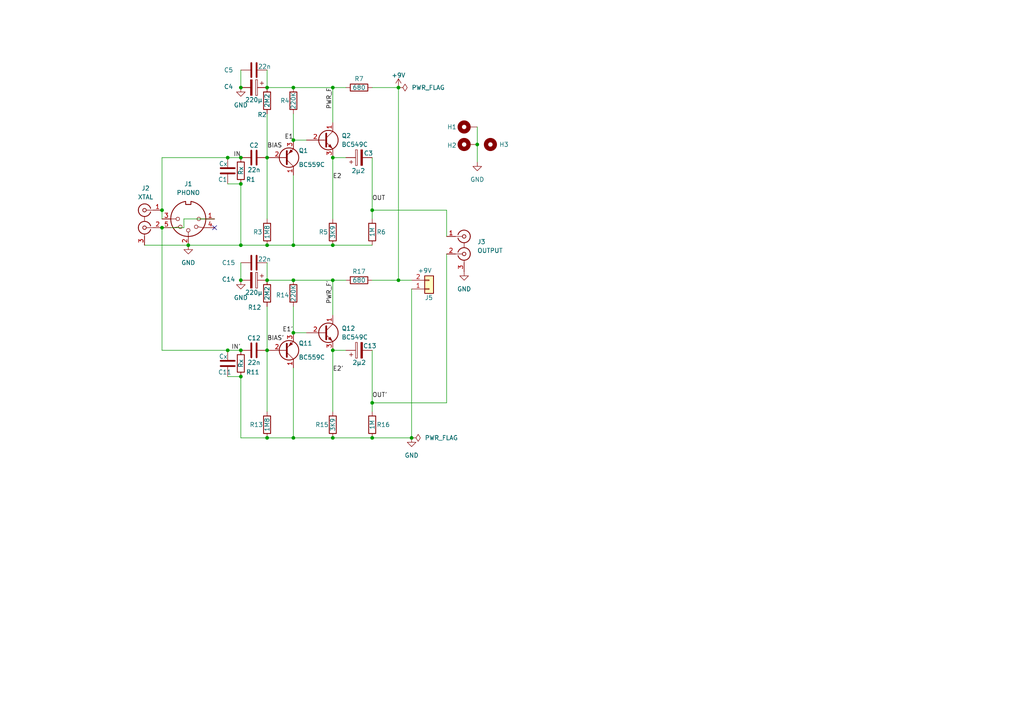
<source format=kicad_sch>
(kicad_sch (version 20231120) (generator "eeschema") (generator_version "8.0")
  (paper "A4")
  (title_block (title "180 ceramic phono cartridge buffer") (date "2025-11-06") (rev "v1") (company "TuchAudio") (comment 1 "@zuiko21"))
  (lib_symbols
    (symbol "Connector:Conn_Coaxial_x2" (pin_names (offset 1.016) hide)
      (property "Reference" "J" (at 0 5.715 0))
      (property "Value" "Conn_Coaxial_x2" (at 2.921 0 90))
      (symbol "Conn_Coaxial_x2_0_1"
        (arc (start -1.778 -3.048) (mid 0.2311 -4.3466) (end 1.778 -2.54) (stroke (width 0.254)))
        (arc (start -1.778 2.032) (mid 0.2311 0.7334) (end 1.778 2.54) (stroke (width 0.254)))
        (circle (center 0 -2.54) (radius 0.508) (stroke (width 0.2032)))
        (polyline (pts (xy -2.54 -2.54) (xy -0.508 -2.54)))
        (polyline (pts (xy -2.54 2.54) (xy -0.508 2.54)))
        (polyline (pts (xy 0 -5.08) (xy 0 -4.318)))
        (polyline (pts (xy 0 0.762) (xy 0 -0.635)))
        (circle (center 0 2.54) (radius 0.508) (stroke (width 0.2032)))
        (arc (start 1.778 -2.54) (mid 0.2099 -0.7299) (end -1.778 -2.032) (stroke (width 0.254)))
        (arc (start 1.778 2.54) (mid 0.2099 4.3501) (end -1.778 3.048) (stroke (width 0.254)))
      )
      (symbol "Conn_Coaxial_x2_1_1"
        (pin passive line (at -5.08 2.54 0) (length 2.54) (name "IN1") (number "1"))
        (pin passive line (at -5.08 -2.54 0) (length 2.54) (name "IN2") (number "2"))
        (pin passive line (at 0 -7.62 90) (length 2.54) (name "EXT") (number "3"))
      )
    )
    (symbol "Connector:DIN-5_180degree" (pin_names (offset 1.016))
      (property "Reference" "J" (at 3.175 5.715 0))
      (property "Value" "DIN-5_180degree" (at 0 -6.35 0))
      (symbol "DIN-5_180degree_0_1"
        (arc (start -5.08 0) (mid -3.8609 -3.3364) (end -0.762 -5.08) (stroke (width 0.254)))
        (circle (center -3.048 0) (radius 0.508))
        (circle (center -2.286 2.286) (radius 0.508))
        (polyline (pts (xy -5.08 0) (xy -3.556 0)))
        (polyline (pts (xy 0 5.08) (xy 0 3.81)))
        (polyline (pts (xy 5.08 0) (xy 3.556 0)))
        (polyline (pts (xy -5.08 2.54) (xy -4.318 2.54) (xy -2.794 2.286)))
        (polyline (pts (xy 5.08 2.54) (xy 4.318 2.54) (xy 2.794 2.286)))
        (polyline (pts (xy -0.762 -4.953) (xy -0.762 -4.191) (xy 0.762 -4.191) (xy 0.762 -4.953)) (stroke (width 0.254)))
        (circle (center 0 3.302) (radius 0.508))
        (arc (start 0.762 -5.08) (mid 3.8685 -3.343) (end 5.08 0) (stroke (width 0.254)))
        (circle (center 2.286 2.286) (radius 0.508))
        (circle (center 3.048 0) (radius 0.508))
        (arc (start 5.08 0) (mid 0 5.0579) (end -5.08 0) (stroke (width 0.254)))
      )
      (symbol "DIN-5_180degree_1_1"
        (pin passive line (at -7.62 0 0) (length 2.54) (name "~") (number "1"))
        (pin passive line (at 0 7.62 270) (length 2.54) (name "~") (number "2"))
        (pin passive line (at 7.62 0 180) (length 2.54) (name "~") (number "3"))
        (pin passive line (at -7.62 2.54 0) (length 2.54) (name "~") (number "4"))
        (pin passive line (at 7.62 2.54 180) (length 2.54) (name "~") (number "5"))
      )
    )
    (symbol "Connector_Generic:Conn_01x02" (pin_names (offset 1.016) hide)
      (property "Reference" "J" (at 0 2.54 0))
      (property "Value" "Conn_01x02" (at 0 -5.08 0))
      (symbol "Conn_01x02_1_1"
        (rectangle (start -1.27 -2.413) (end 0 -2.667) (stroke (width 0.1524)))
        (rectangle (start -1.27 0.127) (end 0 -0.127) (stroke (width 0.1524)))
        (rectangle (start -1.27 1.27) (end 1.27 -3.81) (stroke (width 0.254)) (fill (type background)))
        (pin passive line (at -5.08 0 0) (length 3.81) (name "Pin_1") (number "1"))
        (pin passive line (at -5.08 -2.54 0) (length 3.81) (name "Pin_2") (number "2"))
      )
    )
    (symbol "Device:C" (pin_numbers hide) (pin_names (offset 0.254))
      (property "Reference" "C" (at 0.635 2.54 0))
      (property "Value" "C" (at 0.635 -2.54 0))
      (symbol "C_0_1"
        (polyline (pts (xy -2.032 -0.762) (xy 2.032 -0.762)) (stroke (width 0.508)))
        (polyline (pts (xy -2.032 0.762) (xy 2.032 0.762)) (stroke (width 0.508)))
      )
      (symbol "C_1_1"
        (pin passive line (at 0 3.81 270) (length 2.794) (name "~") (number "1"))
        (pin passive line (at 0 -3.81 90) (length 2.794) (name "~") (number "2"))
      )
    )
    (symbol "Device:C_Polarized" (pin_numbers hide) (pin_names (offset 0.254))
      (property "Reference" "C" (at 0.635 2.54 0))
      (property "Value" "C_Polarized" (at 0.635 -2.54 0))
      (symbol "C_Polarized_0_1"
        (rectangle (start -2.286 0.508) (end 2.286 1.016))
        (polyline (pts (xy -1.778 2.286) (xy -0.762 2.286)))
        (polyline (pts (xy -1.27 2.794) (xy -1.27 1.778)))
        (rectangle (start 2.286 -0.508) (end -2.286 -1.016) (fill (type outline)))
      )
      (symbol "C_Polarized_1_1"
        (pin passive line (at 0 3.81 270) (length 2.794) (name "~") (number "1"))
        (pin passive line (at 0 -3.81 90) (length 2.794) (name "~") (number "2"))
      )
    )
    (symbol "Device:R" (pin_numbers hide) (pin_names (offset 0))
      (property "Reference" "R" (at 2.032 0 90))
      (property "Value" "R" (at 0 0 90))
      (symbol "R_0_1"
        (rectangle (start -1.016 -2.54) (end 1.016 2.54) (stroke (width 0.254)))
      )
      (symbol "R_1_1"
        (pin passive line (at 0 3.81 270) (length 1.27) (name "~") (number "1"))
        (pin passive line (at 0 -3.81 90) (length 1.27) (name "~") (number "2"))
      )
    )
    (symbol "Mechanical:MountingHole" (pin_names (offset 1.016)) (exclude_from_sim yes) (in_bom no)
      (property "Reference" "H" (at 0 5.08 0))
      (property "Value" "MountingHole" (at 0 3.175 0))
      (symbol "MountingHole_0_1"
        (circle (center 0 0) (radius 1.27) (stroke (width 1.27)))
      )
    )
    (symbol "Mechanical:MountingHole_Pad" (pin_numbers hide) (pin_names (offset 1.016) hide) (exclude_from_sim yes) (in_bom no)
      (property "Reference" "H" (at 0 6.35 0))
      (property "Value" "MountingHole_Pad" (at 0 4.445 0))
      (symbol "MountingHole_Pad_0_1"
        (circle (center 0 1.27) (radius 1.27) (stroke (width 1.27)))
      )
      (symbol "MountingHole_Pad_1_1"
        (pin input line (at 0 -2.54 90) (length 2.54) (name "1") (number "1"))
      )
    )
    (symbol "Transistor_BJT:BC549" (pin_names (offset 0) hide)
      (property "Reference" "Q" (at 5.08 1.905 0))
      (property "Value" "BC549" (at 5.08 0 0))
      (symbol "BC549_0_1"
        (polyline (pts (xy 0 0) (xy 0.635 0)))
        (polyline (pts (xy 0.635 0.635) (xy 2.54 2.54)))
        (polyline (pts (xy 0.635 -0.635) (xy 2.54 -2.54) (xy 2.54 -2.54)))
        (polyline (pts (xy 0.635 1.905) (xy 0.635 -1.905) (xy 0.635 -1.905)) (stroke (width 0.508)))
        (polyline (pts (xy 1.27 -1.778) (xy 1.778 -1.27) (xy 2.286 -2.286) (xy 1.27 -1.778) (xy 1.27 -1.778)) (fill (type outline)))
        (circle (center 1.27 0) (radius 2.8194) (stroke (width 0.254)))
      )
      (symbol "BC549_1_1"
        (pin passive line (at 2.54 5.08 270) (length 2.54) (name "C") (number "1"))
        (pin input line (at -5.08 0 0) (length 5.08) (name "B") (number "2"))
        (pin passive line (at 2.54 -5.08 90) (length 2.54) (name "E") (number "3"))
      )
    )
    (symbol "Transistor_BJT:BC559" (pin_names (offset 0) hide)
      (property "Reference" "Q" (at 5.08 1.905 0))
      (property "Value" "BC559" (at 5.08 0 0))
      (symbol "BC559_0_1"
        (polyline (pts (xy 0.635 0.635) (xy 2.54 2.54)))
        (polyline (pts (xy 0.635 -0.635) (xy 2.54 -2.54) (xy 2.54 -2.54)))
        (polyline (pts (xy 0.635 1.905) (xy 0.635 -1.905) (xy 0.635 -1.905)) (stroke (width 0.508)))
        (polyline (pts (xy 2.286 -1.778) (xy 1.778 -2.286) (xy 1.27 -1.27) (xy 2.286 -1.778) (xy 2.286 -1.778)) (fill (type outline)))
        (circle (center 1.27 0) (radius 2.8194) (stroke (width 0.254)))
      )
      (symbol "BC559_1_1"
        (pin passive line (at 2.54 5.08 270) (length 2.54) (name "C") (number "1"))
        (pin input line (at -5.08 0 0) (length 5.715) (name "B") (number "2"))
        (pin passive line (at 2.54 -5.08 90) (length 2.54) (name "E") (number "3"))
      )
    )
    (symbol "power:+12V" (power) (pin_numbers hide) (pin_names (offset 0) hide)
      (property "Value" "+12V" (at 0 3.556 0))
      (symbol "+12V_0_1"
        (polyline (pts (xy -0.762 1.27) (xy 0 2.54)))
        (polyline (pts (xy 0 0) (xy 0 2.54)))
        (polyline (pts (xy 0 2.54) (xy 0.762 1.27)))
      )
      (symbol "+12V_1_1"
        (pin power_in line (at 0 0 90) (length 0) (name "~") (number "1"))
      )
    )
    (symbol "power:GND" (power) (pin_numbers hide) (pin_names (offset 0) hide)
      (property "Value" "GND" (at 0 -3.81 0))
      (symbol "GND_0_1"
        (polyline (pts (xy 0 0) (xy 0 -1.27) (xy 1.27 -1.27) (xy 0 -2.54) (xy -1.27 -1.27) (xy 0 -1.27)))
      )
      (symbol "GND_1_1"
        (pin power_in line (at 0 0 270) (length 0) (name "~") (number "1"))
      )
    )
    (symbol "power:PWR_FLAG" (power) (pin_numbers hide) (pin_names (offset 0) hide)
      (property "Value" "PWR_FLAG" (at 0 3.81 0))
      (symbol "PWR_FLAG_0_0"
        (pin power_out line (at 0 0 90) (length 0) (name "~") (number "1"))
      )
      (symbol "PWR_FLAG_0_1"
        (polyline (pts (xy 0 0) (xy 0 1.27) (xy -1.016 1.905) (xy 0 2.54) (xy 1.016 1.905) (xy 0 1.27)))
      )
    )
  )
  (junction (at 77.47 25.4))
  (junction (at 96.52 81.28))
  (junction (at 107.95 60.96))
  (junction (at 115.57 81.28))
  (junction (at 77.47 101.6))
  (junction (at 115.57 25.4))
  (junction (at 69.85 71.12))
  (junction (at 46.99 60.96))
  (junction (at 69.85 53.34))
  (junction (at 66.04 45.72))
  (junction (at 69.85 109.22))
  (junction (at 54.61 71.12))
  (junction (at 107.95 127))
  (junction (at 96.52 101.6))
  (junction (at 85.09 71.12))
  (junction (at 85.09 40.64))
  (junction (at 77.47 45.72))
  (junction (at 85.09 81.28))
  (junction (at 77.47 71.12))
  (junction (at 46.99 66.04))
  (junction (at 96.52 127))
  (junction (at 77.47 127))
  (junction (at 77.47 81.28))
  (junction (at 96.52 45.72))
  (junction (at 69.85 81.28))
  (junction (at 96.52 71.12))
  (junction (at 85.09 127))
  (junction (at 119.38 127))
  (junction (at 85.09 96.52))
  (junction (at 138.43 41.91))
  (junction (at 69.85 45.72))
  (junction (at 66.04 101.6))
  (junction (at 69.85 101.6))
  (junction (at 96.52 25.4))
  (junction (at 69.85 25.4))
  (junction (at 85.09 25.4))
  (junction (at 107.95 116.84))
  (no_connect (at 62.23 66.04))
  (wire (pts (xy 85.09 88.9) (xy 85.09 96.52)))
  (wire (pts (xy 69.85 20.32) (xy 69.85 25.4)))
  (wire (pts (xy 66.04 53.34) (xy 69.85 53.34)))
  (wire (pts (xy 66.04 101.6) (xy 69.85 101.6)))
  (wire (pts (xy 85.09 81.28) (xy 96.52 81.28)))
  (wire (pts (xy 69.85 109.22) (xy 69.85 127)))
  (wire (pts (xy 96.52 81.28) (xy 100.33 81.28)))
  (wire (pts (xy 129.54 60.96) (xy 129.54 68.58)))
  (wire (pts (xy 41.91 71.12) (xy 54.61 71.12)))
  (wire (pts (xy 69.85 127) (xy 77.47 127)))
  (wire (pts (xy 77.47 25.4) (xy 85.09 25.4)))
  (wire (pts (xy 96.52 45.72) (xy 100.33 45.72)))
  (wire (pts (xy 96.52 127) (xy 107.95 127)))
  (wire (pts (xy 107.95 127) (xy 119.38 127)))
  (wire (pts (xy 138.43 41.91) (xy 138.43 46.99)))
  (wire (pts (xy 85.09 96.52) (xy 88.9 96.52)))
  (wire (pts (xy 85.09 50.8) (xy 85.09 71.12)))
  (wire (pts (xy 96.52 101.6) (xy 96.52 119.38)))
  (wire (pts (xy 96.52 101.6) (xy 100.33 101.6)))
  (wire (pts (xy 69.85 71.12) (xy 77.47 71.12)))
  (wire (pts (xy 96.52 71.12) (xy 107.95 71.12)))
  (wire (pts (xy 77.47 81.28) (xy 85.09 81.28)))
  (wire (pts (xy 129.54 60.96) (xy 107.95 60.96)))
  (wire (pts (xy 46.99 45.72) (xy 46.99 60.96)))
  (wire (pts (xy 85.09 33.02) (xy 85.09 40.64)))
  (wire (pts (xy 107.95 101.6) (xy 107.95 116.84)))
  (wire (pts (xy 77.47 127) (xy 85.09 127)))
  (wire (pts (xy 96.52 25.4) (xy 96.52 35.56)))
  (wire (pts (xy 66.04 45.72) (xy 46.99 45.72)))
  (wire (pts (xy 107.95 45.72) (xy 107.95 60.96)))
  (wire (pts (xy 119.38 83.82) (xy 119.38 127)))
  (wire (pts (xy 69.85 53.34) (xy 69.85 71.12)))
  (wire (pts (xy 77.47 71.12) (xy 85.09 71.12)))
  (wire (pts (xy 69.85 76.2) (xy 69.85 81.28)))
  (wire (pts (xy 96.52 45.72) (xy 96.52 63.5)))
  (wire (pts (xy 53.34 63.5) (xy 53.34 66.04)))
  (wire (pts (xy 62.23 63.5) (xy 53.34 63.5)))
  (wire (pts (xy 66.04 101.6) (xy 46.99 101.6)))
  (wire (pts (xy 77.47 33.02) (xy 77.47 45.72)))
  (wire (pts (xy 107.95 60.96) (xy 107.95 63.5)))
  (wire (pts (xy 138.43 36.83) (xy 138.43 41.91)))
  (wire (pts (xy 85.09 25.4) (xy 96.52 25.4)))
  (wire (pts (xy 46.99 66.04) (xy 53.34 66.04)))
  (wire (pts (xy 107.95 81.28) (xy 115.57 81.28)))
  (wire (pts (xy 46.99 60.96) (xy 46.99 63.5)))
  (wire (pts (xy 96.52 25.4) (xy 100.33 25.4)))
  (wire (pts (xy 115.57 81.28) (xy 119.38 81.28)))
  (wire (pts (xy 77.47 101.6) (xy 77.47 119.38)))
  (wire (pts (xy 77.47 45.72) (xy 77.47 63.5)))
  (wire (pts (xy 85.09 71.12) (xy 96.52 71.12)))
  (wire (pts (xy 115.57 25.4) (xy 107.95 25.4)))
  (wire (pts (xy 85.09 106.68) (xy 85.09 127)))
  (wire (pts (xy 115.57 25.4) (xy 115.57 81.28)))
  (wire (pts (xy 46.99 66.04) (xy 46.99 101.6)))
  (wire (pts (xy 66.04 109.22) (xy 69.85 109.22)))
  (wire (pts (xy 85.09 40.64) (xy 88.9 40.64)))
  (wire (pts (xy 54.61 71.12) (xy 69.85 71.12)))
  (wire (pts (xy 77.47 76.2) (xy 77.47 81.28)))
  (wire (pts (xy 107.95 116.84) (xy 129.54 116.84)))
  (wire (pts (xy 129.54 73.66) (xy 129.54 116.84)))
  (wire (pts (xy 77.47 20.32) (xy 77.47 25.4)))
  (wire (pts (xy 77.47 88.9) (xy 77.47 101.6)))
  (wire (pts (xy 66.04 45.72) (xy 69.85 45.72)))
  (wire (pts (xy 85.09 127) (xy 96.52 127)))
  (wire (pts (xy 107.95 116.84) (xy 107.95 119.38)))
  (wire (pts (xy 96.52 81.28) (xy 96.52 91.44)))
  (label "PWR_F'" (at 96.52 81.28 270))
  (label "E1'" (at 85.09 96.52 180))
  (label "BIAS'" (at 77.47 99.06 0))
  (label "E1" (at 85.09 40.64 180))
  (label "OUT'" (at 107.95 115.57 0))
  (label "OUT" (at 107.95 58.42 0))
  (label "IN'" (at 69.85 101.6 180))
  (label "BIAS" (at 77.47 43.18 0))
  (label "IN" (at 69.85 45.72 180))
  (label "E2'" (at 96.52 107.95 0))
  (label "PWR_F" (at 96.52 25.4 270))
  (label "E2" (at 96.52 52.07 0))
  (symbol (lib_id "Device:R") (at 104.14 81.28 90) (unit 1)
    (property "Reference" "R17" (at 104.14 78.74 90))
    (property "Value" "680" (at 104.14 81.28 90))
    (property "Footprint" "Resistor_THT:R_Axial_DIN0207_L6.3mm_D2.5mm_P10.16mm_Horizontal" (effects (hide yes)))
    (property "Description" "Resistor" (effects (hide yes)))
  )
  (symbol (lib_id "power:GND") (at 54.61 71.12 0) (unit 1)
    (property "Reference" "#PWR02" (effects (hide yes)))
    (property "Value" "GND" (at 54.61 76.2 0))
    (property "Description" "Power symbol creates a global label with name \"GND\" , ground" (effects (hide yes)))
  )
  (symbol (lib_id "Device:R") (at 107.95 67.31 0) (unit 1)
    (property "Reference" "R6" (at 109.22 67.31 0) (effects (justify left)))
    (property "Value" "1M" (at 107.95 67.31 90))
    (property "Footprint" "Resistor_THT:R_Axial_DIN0207_L6.3mm_D2.5mm_P10.16mm_Horizontal" (effects (hide yes)))
    (property "Description" "Resistor" (effects (hide yes)))
  )
  (symbol (lib_id "Transistor_BJT:BC559") (at 82.55 45.72 0) (mirror x) (unit 1)
    (property "Reference" "Q1" (at 86.614 43.688 0) (effects (justify left)))
    (property "Value" "BC559C" (at 86.614 47.752 0) (effects (justify left)))
    (property "Footprint" "Package_TO_SOT_THT:TO-92_Inline" (effects (hide yes)))
    (property "Datasheet" "https://www.onsemi.com/pub/Collateral/BC556BTA-D.pdf" (effects (hide yes)))
    (property "Description" "0.1A Ic, 30V Vce, PNP Small Signal Transistor, TO-92" (effects (hide yes)))
  )
  (symbol (lib_id "Transistor_BJT:BC549") (at 93.98 40.64 0) (unit 1)
    (property "Reference" "Q2" (at 99.06 39.3699 0) (effects (justify left)))
    (property "Value" "BC549C" (at 99.06 41.9099 0) (effects (justify left)))
    (property "Footprint" "Package_TO_SOT_THT:TO-92_Inline" (effects (hide yes)))
    (property "Datasheet" "https://www.onsemi.com/pub/Collateral/BC550-D.pdf" (effects (hide yes)))
    (property "Description" "0.1A Ic, 30V Vce, Small Signal NPN Transistor, TO-92" (effects (hide yes)))
  )
  (symbol (lib_id "Transistor_BJT:BC549") (at 93.98 96.52 0) (unit 1)
    (property "Reference" "Q12" (at 99.06 95.2499 0) (effects (justify left)))
    (property "Value" "BC549C" (at 99.06 97.7899 0) (effects (justify left)))
    (property "Footprint" "Package_TO_SOT_THT:TO-92_Inline" (effects (hide yes)))
    (property "Datasheet" "https://www.onsemi.com/pub/Collateral/BC550-D.pdf" (effects (hide yes)))
    (property "Description" "0.1A Ic, 30V Vce, Small Signal NPN Transistor, TO-92" (effects (hide yes)))
  )
  (symbol (lib_id "Mechanical:MountingHole") (at 142.24 41.91 0) (unit 1) (exclude_from_sim yes) (in_bom no)
    (property "Reference" "H3" (at 144.78 41.91 0) (effects (justify left)))
    (property "Value" "MountingHole" (effects (hide yes)))
    (property "Footprint" "MountingHole:MountingHole_3.2mm_M3" (effects (hide yes)))
    (property "Description" "Mounting Hole without connection" (effects (hide yes)))
  )
  (symbol (lib_id "power:PWR_FLAG") (at 119.38 127 270) (unit 1)
    (property "Reference" "#FLG02" (effects (hide yes)))
    (property "Value" "PWR_FLAG" (at 123.19 126.9999 90) (effects (justify left)))
    (property "Description" "Special symbol for telling ERC where power comes from" (effects (hide yes)))
  )
  (symbol (lib_id "Device:R") (at 104.14 25.4 90) (unit 1)
    (property "Reference" "R7" (at 104.14 22.86 90))
    (property "Value" "680" (at 104.14 25.4 90))
    (property "Footprint" "Resistor_THT:R_Axial_DIN0207_L6.3mm_D2.5mm_P10.16mm_Horizontal" (effects (hide yes)))
    (property "Description" "Resistor" (effects (hide yes)))
  )
  (symbol (lib_id "Device:R") (at 96.52 123.19 0) (unit 1)
    (property "Reference" "R15" (at 91.44 123.19 0) (effects (justify left)))
    (property "Value" "3K9" (at 96.52 123.19 90))
    (property "Footprint" "Resistor_THT:R_Axial_DIN0207_L6.3mm_D2.5mm_P10.16mm_Horizontal" (effects (hide yes)))
    (property "Description" "Resistor" (effects (hide yes)))
  )
  (symbol (lib_id "Device:R") (at 85.09 85.09 0) (unit 1)
    (property "Reference" "R14" (at 80.01 85.598 0) (effects (justify left)))
    (property "Value" "220K" (at 85.09 85.09 90))
    (property "Footprint" "Resistor_THT:R_Axial_DIN0207_L6.3mm_D2.5mm_P10.16mm_Horizontal" (effects (hide yes)))
    (property "Description" "Resistor" (effects (hide yes)))
  )
  (symbol (lib_id "Mechanical:MountingHole_Pad") (at 135.89 36.83 90) (unit 1) (exclude_from_sim yes) (in_bom no)
    (property "Reference" "H1" (at 131.064 36.83 90))
    (property "Value" "MountingHole_Pad" (effects (hide yes)))
    (property "Footprint" "MountingHole:MountingHole_3.2mm_M3_DIN965_Pad" (effects (hide yes)))
    (property "Description" "Mounting Hole with connection" (effects (hide yes)))
  )
  (symbol (lib_id "Connector_Generic:Conn_01x02") (at 124.46 83.82 0) (mirror x) (unit 1)
    (property "Reference" "J5" (at 123.19 86.36 0) (effects (justify left)))
    (property "Value" "+9V" (at 121.158 78.486 0) (effects (justify left)))
    (property "Footprint" "Connector_JST:JST_EH_S2B-EH_1x02_P2.50mm_Horizontal" (effects (hide yes)))
    (property "Description" "Generic connector, single row, 01x02, script generated (kicad-library-utils/schlib/autogen/connector/)" (effects (hide yes)))
  )
  (symbol (lib_id "power:GND") (at 138.43 46.99 0) (unit 1)
    (property "Reference" "#PWR08" (effects (hide yes)))
    (property "Value" "GND" (at 138.43 52.07 0))
    (property "Description" "Power symbol creates a global label with name \"GND\" , ground" (effects (hide yes)))
  )
  (symbol (lib_id "Device:C") (at 73.66 45.72 90) (unit 1)
    (property "Reference" "C2" (at 73.66 42.164 90))
    (property "Value" "22n" (at 73.66 49.276 90))
    (property "Footprint" "Capacitor_THT:C_Rect_L7.2mm_W2.5mm_P5.00mm_FKS2_FKP2_MKS2_MKP2" (effects (hide yes)))
    (property "Description" "Unpolarized capacitor" (effects (hide yes)))
  )
  (symbol (lib_id "Device:C_Polarized") (at 73.66 25.4 270) (unit 1)
    (property "Reference" "C4" (at 66.294 25.146 90))
    (property "Value" "220µ" (at 73.66 28.956 90))
    (property "Footprint" "Capacitor_THT:CP_Radial_D6.3mm_P2.50mm" (effects (hide yes)))
    (property "Description" "Polarized capacitor" (effects (hide yes)))
  )
  (symbol (lib_id "Transistor_BJT:BC559") (at 82.55 101.6 0) (mirror x) (unit 1)
    (property "Reference" "Q11" (at 86.614 99.568 0) (effects (justify left)))
    (property "Value" "BC559C" (at 86.614 103.632 0) (effects (justify left)))
    (property "Footprint" "Package_TO_SOT_THT:TO-92_Inline" (effects (hide yes)))
    (property "Datasheet" "https://www.onsemi.com/pub/Collateral/BC556BTA-D.pdf" (effects (hide yes)))
    (property "Description" "0.1A Ic, 30V Vce, PNP Small Signal Transistor, TO-92" (effects (hide yes)))
  )
  (symbol (lib_id "Device:R") (at 85.09 29.21 0) (unit 1)
    (property "Reference" "R4" (at 81.28 29.21 0) (effects (justify left)))
    (property "Value" "220K" (at 85.09 29.21 90))
    (property "Footprint" "Resistor_THT:R_Axial_DIN0207_L6.3mm_D2.5mm_P10.16mm_Horizontal" (effects (hide yes)))
    (property "Description" "Resistor" (effects (hide yes)))
  )
  (symbol (lib_id "Device:R") (at 107.95 123.19 0) (unit 1)
    (property "Reference" "R16" (at 109.22 123.19 0) (effects (justify left)))
    (property "Value" "1M" (at 107.95 123.19 90))
    (property "Footprint" "Resistor_THT:R_Axial_DIN0207_L6.3mm_D2.5mm_P10.16mm_Horizontal" (effects (hide yes)))
    (property "Description" "Resistor" (effects (hide yes)))
  )
  (symbol (lib_id "Device:R") (at 96.52 67.31 0) (unit 1)
    (property "Reference" "R5" (at 92.456 67.31 0) (effects (justify left)))
    (property "Value" "3K9" (at 96.52 67.31 90))
    (property "Footprint" "Resistor_THT:R_Axial_DIN0207_L6.3mm_D2.5mm_P10.16mm_Horizontal" (effects (hide yes)))
    (property "Description" "Resistor" (effects (hide yes)))
  )
  (symbol (lib_id "Device:R") (at 77.47 85.09 0) (unit 1)
    (property "Reference" "R12" (at 71.882 89.154 0) (effects (justify left)))
    (property "Value" "2M2" (at 77.47 85.09 90))
    (property "Footprint" "Resistor_THT:R_Axial_DIN0207_L6.3mm_D2.5mm_P10.16mm_Horizontal" (effects (hide yes)))
    (property "Description" "Resistor" (effects (hide yes)))
  )
  (symbol (lib_id "Device:R") (at 69.85 105.41 0) (unit 1)
    (property "Reference" "R11" (at 71.374 107.95 0) (effects (justify left)))
    (property "Value" "Rx" (at 69.85 105.41 90))
    (property "Footprint" "Connector_PinSocket_2.54mm:PinSocket_1x02_P2.54mm_Vertical" (effects (hide yes)))
    (property "Description" "Resistor" (effects (hide yes)))
  )
  (symbol (lib_id "Connector:DIN-5_180degree") (at 54.61 63.5 180) (unit 1)
    (property "Reference" "J1" (at 54.6099 53.34 0))
    (property "Value" "PHONO" (at 54.6099 55.88 0))
    (property "Footprint" "durango:DIN 5-180deg" (effects (hide yes)))
    (property "Datasheet" "http://www.mouser.com/ds/2/18/40_c091_abd_e-75918.pdf" (effects (hide yes)))
    (property "Description" "5-pin DIN connector (5-pin DIN-5 stereo)" (effects (hide yes)))
  )
  (symbol (lib_id "power:GND") (at 119.38 127 0) (unit 1)
    (property "Reference" "#PWR05" (effects (hide yes)))
    (property "Value" "GND" (at 119.38 132.08 0))
    (property "Description" "Power symbol creates a global label with name \"GND\" , ground" (effects (hide yes)))
  )
  (symbol (lib_id "Device:R") (at 77.47 67.31 0) (unit 1)
    (property "Reference" "R3" (at 73.406 67.31 0) (effects (justify left)))
    (property "Value" "1M8" (at 77.47 67.31 90))
    (property "Footprint" "Resistor_THT:R_Axial_DIN0207_L6.3mm_D2.5mm_P10.16mm_Horizontal" (effects (hide yes)))
    (property "Description" "Resistor" (effects (hide yes)))
  )
  (symbol (lib_id "Device:C") (at 73.66 20.32 90) (unit 1)
    (property "Reference" "C5" (at 66.294 20.32 90))
    (property "Value" "22n" (at 76.708 19.304 90))
    (property "Footprint" "Capacitor_THT:C_Disc_D6.0mm_W2.5mm_P5.00mm" (effects (hide yes)))
    (property "Description" "Unpolarized capacitor" (effects (hide yes)))
  )
  (symbol (lib_id "Device:C") (at 73.66 101.6 90) (unit 1)
    (property "Reference" "C12" (at 73.66 98.044 90))
    (property "Value" "22n" (at 73.66 105.156 90))
    (property "Footprint" "Capacitor_THT:C_Rect_L7.2mm_W2.5mm_P5.00mm_FKS2_FKP2_MKS2_MKP2" (effects (hide yes)))
    (property "Description" "Unpolarized capacitor" (effects (hide yes)))
  )
  (symbol (lib_id "Connector:Conn_Coaxial_x2") (at 41.91 63.5 0) (mirror y) (unit 1)
    (property "Reference" "J2" (at 42.2274 54.61 0))
    (property "Value" "XTAL" (at 42.2274 57.15 0))
    (property "Footprint" "durango:2xRCA_vertical" (effects (hide yes)))
    (property "Description" "double coaxial connector (BNC, SMA, SMB, SMC, Cinch/RCA, LEMO, ...)" (effects (hide yes)))
  )
  (symbol (lib_id "Device:R") (at 77.47 29.21 0) (unit 1)
    (property "Reference" "R2" (at 74.676 33.274 0) (effects (justify left)))
    (property "Value" "2M2" (at 77.47 29.21 90))
    (property "Footprint" "Resistor_THT:R_Axial_DIN0207_L6.3mm_D2.5mm_P10.16mm_Horizontal" (effects (hide yes)))
    (property "Description" "Resistor" (effects (hide yes)))
  )
  (symbol (lib_id "Device:R") (at 77.47 123.19 0) (unit 1)
    (property "Reference" "R13" (at 72.39 123.19 0) (effects (justify left)))
    (property "Value" "1M8" (at 77.47 123.19 90))
    (property "Footprint" "Resistor_THT:R_Axial_DIN0207_L6.3mm_D2.5mm_P10.16mm_Horizontal" (effects (hide yes)))
    (property "Description" "Resistor" (effects (hide yes)))
  )
  (symbol (lib_id "power:PWR_FLAG") (at 115.57 25.4 270) (unit 1)
    (property "Reference" "#FLG01" (effects (hide yes)))
    (property "Value" "PWR_FLAG" (at 119.38 25.3999 90) (effects (justify left)))
    (property "Description" "Special symbol for telling ERC where power comes from" (effects (hide yes)))
  )
  (symbol (lib_id "Mechanical:MountingHole_Pad") (at 135.89 41.91 90) (unit 1) (exclude_from_sim yes) (in_bom no)
    (property "Reference" "H2" (at 131.064 42.164 90))
    (property "Value" "MountingHole_Pad" (effects (hide yes)))
    (property "Footprint" "MountingHole:MountingHole_3.2mm_M3_DIN965_Pad" (effects (hide yes)))
    (property "Description" "Mounting Hole with connection" (effects (hide yes)))
  )
  (symbol (lib_id "Device:C") (at 73.66 76.2 90) (unit 1)
    (property "Reference" "C15" (at 66.294 76.2 90))
    (property "Value" "22n" (at 76.708 75.184 90))
    (property "Footprint" "Capacitor_THT:C_Disc_D6.0mm_W2.5mm_P5.00mm" (effects (hide yes)))
    (property "Description" "Unpolarized capacitor" (effects (hide yes)))
  )
  (symbol (lib_id "power:GND") (at 69.85 25.4 0) (unit 1)
    (property "Reference" "#PWR01" (effects (hide yes)))
    (property "Value" "GND" (at 69.85 30.48 0))
    (property "Description" "Power symbol creates a global label with name \"GND\" , ground" (effects (hide yes)))
  )
  (symbol (lib_id "Device:C") (at 66.04 49.53 0) (unit 1)
    (property "Reference" "C1" (at 63.246 52.07 0) (effects (justify left)))
    (property "Value" "Cx" (at 63.5 47.498 0) (effects (justify left)))
    (property "Footprint" "Connector_PinSocket_2.54mm:PinSocket_1x02_P2.54mm_Vertical" (effects (hide yes)))
    (property "Description" "Unpolarized capacitor" (effects (hide yes)))
  )
  (symbol (lib_id "Device:R") (at 69.85 49.53 0) (unit 1)
    (property "Reference" "R1" (at 71.374 52.07 0) (effects (justify left)))
    (property "Value" "Rx" (at 69.85 49.53 90))
    (property "Footprint" "Connector_PinSocket_2.54mm:PinSocket_1x02_P2.54mm_Vertical" (effects (hide yes)))
    (property "Description" "Resistor" (effects (hide yes)))
  )
  (symbol (lib_id "Device:C_Polarized") (at 104.14 101.6 90) (unit 1)
    (property "Reference" "C13" (at 109.22 100.33 90) (effects (justify left)))
    (property "Value" "2µ2" (at 106.172 105.156 90) (effects (justify left)))
    (property "Footprint" "Capacitor_THT:CP_Radial_D4.0mm_P1.50mm" (effects (hide yes)))
    (property "Description" "Polarized capacitor" (effects (hide yes)))
  )
  (symbol (lib_id "power:GND") (at 134.62 78.74 0) (unit 1)
    (property "Reference" "#PWR07" (effects (hide yes)))
    (property "Value" "GND" (at 134.62 83.82 0))
    (property "Description" "Power symbol creates a global label with name \"GND\" , ground" (effects (hide yes)))
  )
  (symbol (lib_id "power:+12V") (at 115.57 25.4 0) (unit 1)
    (property "Reference" "#PWR06" (effects (hide yes)))
    (property "Value" "+9V" (at 113.538 21.844 0) (effects (justify left)))
    (property "Description" "Power symbol creates a global label with name \"+12V\"" (effects (hide yes)))
  )
  (symbol (lib_id "Device:C_Polarized") (at 73.66 81.28 270) (unit 1)
    (property "Reference" "C14" (at 66.294 81.026 90))
    (property "Value" "220µ" (at 73.66 84.836 90))
    (property "Footprint" "Capacitor_THT:CP_Radial_D6.3mm_P2.50mm" (effects (hide yes)))
    (property "Description" "Polarized capacitor" (effects (hide yes)))
  )
  (symbol (lib_id "Device:C") (at 66.04 105.41 0) (unit 1)
    (property "Reference" "C11" (at 63.246 107.95 0) (effects (justify left)))
    (property "Value" "Cx" (at 63.5 103.378 0) (effects (justify left)))
    (property "Footprint" "Connector_PinSocket_2.54mm:PinSocket_1x02_P2.54mm_Vertical" (effects (hide yes)))
    (property "Description" "Unpolarized capacitor" (effects (hide yes)))
  )
  (symbol (lib_id "power:GND") (at 69.85 81.28 0) (unit 1)
    (property "Reference" "#PWR04" (effects (hide yes)))
    (property "Value" "GND" (at 69.85 86.36 0))
    (property "Description" "Power symbol creates a global label with name \"GND\" , ground" (effects (hide yes)))
  )
  (symbol (lib_id "Connector:Conn_Coaxial_x2") (at 134.62 71.12 0) (unit 1)
    (property "Reference" "J3" (at 138.43 70.1431 0) (effects (justify left)))
    (property "Value" "OUTPUT" (at 138.43 72.6831 0) (effects (justify left)))
    (property "Footprint" "durango:2xRCA_vertical" (effects (hide yes)))
    (property "Description" "double coaxial connector (BNC, SMA, SMB, SMC, Cinch/RCA, LEMO, ...)" (effects (hide yes)))
  )
  (symbol (lib_id "Device:C_Polarized") (at 104.14 45.72 90) (unit 1)
    (property "Reference" "C3" (at 108.204 44.45 90) (effects (justify left)))
    (property "Value" "2µ2" (at 105.918 49.53 90) (effects (justify left)))
    (property "Footprint" "Capacitor_THT:CP_Radial_D4.0mm_P1.50mm" (effects (hide yes)))
    (property "Description" "Polarized capacitor" (effects (hide yes)))
  )
)
</source>
